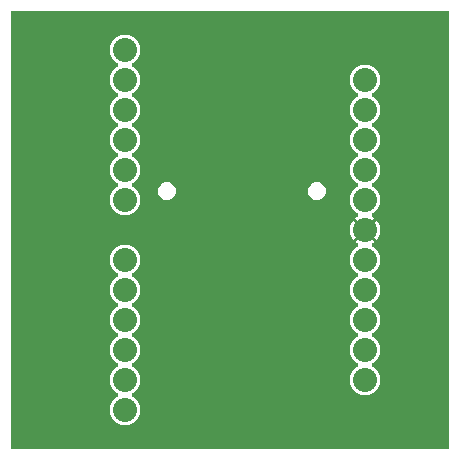
<source format=gbl>
G04*
G04 #@! TF.GenerationSoftware,Altium Limited,Altium Designer,24.4.1 (13)*
G04*
G04 Layer_Physical_Order=2*
G04 Layer_Color=16711680*
%FSLAX44Y44*%
%MOMM*%
G71*
G04*
G04 #@! TF.SameCoordinates,2922DF7C-8C4A-4011-8C8A-4044ECCBD14D*
G04*
G04*
G04 #@! TF.FilePolarity,Positive*
G04*
G01*
G75*
%ADD21C,2.0320*%
%ADD22C,0.6096*%
G36*
X370840D02*
X0D01*
Y370840D01*
X370840D01*
Y0D01*
D02*
G37*
%LPC*%
G36*
X259080Y226045D02*
X257112Y225786D01*
X255278Y225026D01*
X253702Y223818D01*
X252494Y222243D01*
X251734Y220408D01*
X251475Y218440D01*
X251734Y216472D01*
X252494Y214638D01*
X253702Y213062D01*
X255278Y211854D01*
X257112Y211094D01*
X259080Y210835D01*
X261048Y211094D01*
X262882Y211854D01*
X264458Y213062D01*
X265666Y214638D01*
X266426Y216472D01*
X266685Y218440D01*
X266426Y220408D01*
X265666Y222243D01*
X264458Y223818D01*
X262882Y225026D01*
X261048Y225786D01*
X259080Y226045D01*
D02*
G37*
G36*
X132080D02*
X130112Y225786D01*
X128278Y225026D01*
X126702Y223818D01*
X125494Y222243D01*
X124734Y220408D01*
X124475Y218440D01*
X124734Y216472D01*
X125494Y214638D01*
X126702Y213062D01*
X128278Y211854D01*
X130112Y211094D01*
X132080Y210835D01*
X134048Y211094D01*
X135883Y211854D01*
X137458Y213062D01*
X138666Y214638D01*
X139426Y216472D01*
X139685Y218440D01*
X139426Y220408D01*
X138666Y222243D01*
X137458Y223818D01*
X135883Y225026D01*
X134048Y225786D01*
X132080Y226045D01*
D02*
G37*
G36*
X96520Y350630D02*
X93205Y350193D01*
X90115Y348913D01*
X87462Y346878D01*
X85427Y344225D01*
X84147Y341135D01*
X83710Y337820D01*
X84147Y334505D01*
X85427Y331415D01*
X87462Y328762D01*
X90115Y326727D01*
X90675Y326495D01*
Y323745D01*
X90115Y323513D01*
X87462Y321478D01*
X85427Y318825D01*
X84147Y315735D01*
X83710Y312420D01*
X84147Y309105D01*
X85427Y306015D01*
X87462Y303362D01*
X90115Y301327D01*
X90675Y301095D01*
Y298345D01*
X90115Y298113D01*
X87462Y296078D01*
X85427Y293425D01*
X84147Y290335D01*
X83710Y287020D01*
X84147Y283705D01*
X85427Y280615D01*
X87462Y277962D01*
X90115Y275927D01*
X90675Y275695D01*
Y272945D01*
X90115Y272713D01*
X87462Y270678D01*
X85427Y268025D01*
X84147Y264935D01*
X83710Y261620D01*
X84147Y258305D01*
X85427Y255215D01*
X87462Y252562D01*
X90115Y250527D01*
X90675Y250295D01*
Y247545D01*
X90115Y247313D01*
X87462Y245278D01*
X85427Y242625D01*
X84147Y239535D01*
X83710Y236220D01*
X84147Y232905D01*
X85427Y229815D01*
X87462Y227162D01*
X90115Y225127D01*
X90675Y224895D01*
Y222145D01*
X90115Y221913D01*
X87462Y219878D01*
X85427Y217225D01*
X84147Y214135D01*
X83710Y210820D01*
X84147Y207505D01*
X85427Y204415D01*
X87462Y201762D01*
X90115Y199727D01*
X93205Y198447D01*
X96520Y198010D01*
X99835Y198447D01*
X102925Y199727D01*
X105578Y201762D01*
X107613Y204415D01*
X108893Y207505D01*
X109330Y210820D01*
X108893Y214135D01*
X107613Y217225D01*
X105578Y219878D01*
X102925Y221913D01*
X102365Y222145D01*
Y224895D01*
X102925Y225127D01*
X105578Y227162D01*
X107613Y229815D01*
X108893Y232905D01*
X109330Y236220D01*
X108893Y239535D01*
X107613Y242625D01*
X105578Y245278D01*
X102925Y247313D01*
X102365Y247545D01*
Y250295D01*
X102925Y250527D01*
X105578Y252562D01*
X107613Y255215D01*
X108893Y258305D01*
X109330Y261620D01*
X108893Y264935D01*
X107613Y268025D01*
X105578Y270678D01*
X102925Y272713D01*
X102365Y272945D01*
Y275695D01*
X102925Y275927D01*
X105578Y277962D01*
X107613Y280615D01*
X108893Y283705D01*
X109330Y287020D01*
X108893Y290335D01*
X107613Y293425D01*
X105578Y296078D01*
X102925Y298113D01*
X102365Y298345D01*
Y301095D01*
X102925Y301327D01*
X105578Y303362D01*
X107613Y306015D01*
X108893Y309105D01*
X109330Y312420D01*
X108893Y315735D01*
X107613Y318825D01*
X105578Y321478D01*
X102925Y323513D01*
X102365Y323745D01*
Y326495D01*
X102925Y326727D01*
X105578Y328762D01*
X107613Y331415D01*
X108893Y334505D01*
X109330Y337820D01*
X108893Y341135D01*
X107613Y344225D01*
X105578Y346878D01*
X102925Y348913D01*
X99835Y350193D01*
X96520Y350630D01*
D02*
G37*
G36*
X299720Y325230D02*
X296405Y324793D01*
X293315Y323513D01*
X290662Y321478D01*
X288627Y318825D01*
X287347Y315735D01*
X286910Y312420D01*
X287347Y309105D01*
X288627Y306015D01*
X290662Y303362D01*
X293315Y301327D01*
X293875Y301095D01*
Y298345D01*
X293315Y298113D01*
X290662Y296078D01*
X288627Y293425D01*
X287347Y290335D01*
X286910Y287020D01*
X287347Y283705D01*
X288627Y280615D01*
X290662Y277962D01*
X293315Y275927D01*
X293875Y275695D01*
Y272945D01*
X293315Y272713D01*
X290662Y270678D01*
X288627Y268025D01*
X287347Y264935D01*
X286910Y261620D01*
X287347Y258305D01*
X288627Y255215D01*
X290662Y252562D01*
X293315Y250527D01*
X293875Y250295D01*
Y247545D01*
X293315Y247313D01*
X290662Y245278D01*
X288627Y242625D01*
X287347Y239535D01*
X286910Y236220D01*
X287347Y232905D01*
X288627Y229815D01*
X290662Y227162D01*
X293315Y225127D01*
X293875Y224895D01*
Y222145D01*
X293315Y221913D01*
X290662Y219878D01*
X288627Y217225D01*
X287347Y214135D01*
X286910Y210820D01*
X287347Y207505D01*
X288627Y204415D01*
X290662Y201762D01*
X293315Y199727D01*
X293875Y199495D01*
Y196745D01*
X293315Y196513D01*
X291679Y195257D01*
X299720Y187216D01*
X307761Y195257D01*
X306125Y196513D01*
X305565Y196745D01*
Y199495D01*
X306125Y199727D01*
X308778Y201762D01*
X310813Y204415D01*
X312093Y207505D01*
X312530Y210820D01*
X312093Y214135D01*
X310813Y217225D01*
X308778Y219878D01*
X306125Y221913D01*
X305565Y222145D01*
Y224895D01*
X306125Y225127D01*
X308778Y227162D01*
X310813Y229815D01*
X312093Y232905D01*
X312530Y236220D01*
X312093Y239535D01*
X310813Y242625D01*
X308778Y245278D01*
X306125Y247313D01*
X305565Y247545D01*
Y250295D01*
X306125Y250527D01*
X308778Y252562D01*
X310813Y255215D01*
X312093Y258305D01*
X312530Y261620D01*
X312093Y264935D01*
X310813Y268025D01*
X308778Y270678D01*
X306125Y272713D01*
X305565Y272945D01*
Y275695D01*
X306125Y275927D01*
X308778Y277962D01*
X310813Y280615D01*
X312093Y283705D01*
X312530Y287020D01*
X312093Y290335D01*
X310813Y293425D01*
X308778Y296078D01*
X306125Y298113D01*
X305565Y298345D01*
Y301095D01*
X306125Y301327D01*
X308778Y303362D01*
X310813Y306015D01*
X312093Y309105D01*
X312530Y312420D01*
X312093Y315735D01*
X310813Y318825D01*
X308778Y321478D01*
X306125Y323513D01*
X303035Y324793D01*
X299720Y325230D01*
D02*
G37*
G36*
X309557Y193461D02*
X301516Y185420D01*
X309557Y177379D01*
X310813Y179015D01*
X312093Y182105D01*
X312530Y185420D01*
X312093Y188735D01*
X310813Y191825D01*
X309557Y193461D01*
D02*
G37*
G36*
X289883Y193461D02*
X288627Y191825D01*
X287347Y188735D01*
X286910Y185420D01*
X287347Y182105D01*
X288627Y179015D01*
X289883Y177379D01*
X297924Y185420D01*
X289883Y193461D01*
D02*
G37*
G36*
X299720Y183624D02*
X291679Y175583D01*
X293315Y174327D01*
X293875Y174095D01*
Y171345D01*
X293315Y171113D01*
X290662Y169078D01*
X288627Y166425D01*
X287347Y163335D01*
X286910Y160020D01*
X287347Y156705D01*
X288627Y153615D01*
X290662Y150962D01*
X293315Y148927D01*
X293875Y148695D01*
Y145945D01*
X293315Y145713D01*
X290662Y143678D01*
X288627Y141025D01*
X287347Y137935D01*
X286910Y134620D01*
X287347Y131305D01*
X288627Y128215D01*
X290662Y125562D01*
X293315Y123527D01*
X293875Y123295D01*
Y120545D01*
X293315Y120313D01*
X290662Y118278D01*
X288627Y115625D01*
X287347Y112535D01*
X286910Y109220D01*
X287347Y105905D01*
X288627Y102815D01*
X290662Y100162D01*
X293315Y98127D01*
X293875Y97895D01*
Y95145D01*
X293315Y94913D01*
X290662Y92878D01*
X288627Y90225D01*
X287347Y87135D01*
X286910Y83820D01*
X287347Y80505D01*
X288627Y77415D01*
X290662Y74762D01*
X293315Y72727D01*
X293875Y72495D01*
Y69745D01*
X293315Y69513D01*
X290662Y67478D01*
X288627Y64825D01*
X287347Y61735D01*
X286910Y58420D01*
X287347Y55105D01*
X288627Y52015D01*
X290662Y49362D01*
X293315Y47327D01*
X296405Y46047D01*
X299720Y45610D01*
X303035Y46047D01*
X306125Y47327D01*
X308778Y49362D01*
X310813Y52015D01*
X312093Y55105D01*
X312530Y58420D01*
X312093Y61735D01*
X310813Y64825D01*
X308778Y67478D01*
X306125Y69513D01*
X305565Y69745D01*
Y72495D01*
X306125Y72727D01*
X308778Y74762D01*
X310813Y77415D01*
X312093Y80505D01*
X312530Y83820D01*
X312093Y87135D01*
X310813Y90225D01*
X308778Y92878D01*
X306125Y94913D01*
X305565Y95145D01*
Y97895D01*
X306125Y98127D01*
X308778Y100162D01*
X310813Y102815D01*
X312093Y105905D01*
X312530Y109220D01*
X312093Y112535D01*
X310813Y115625D01*
X308778Y118278D01*
X306125Y120313D01*
X305565Y120545D01*
Y123295D01*
X306125Y123527D01*
X308778Y125562D01*
X310813Y128215D01*
X312093Y131305D01*
X312530Y134620D01*
X312093Y137935D01*
X310813Y141025D01*
X308778Y143678D01*
X306125Y145713D01*
X305565Y145945D01*
Y148695D01*
X306125Y148927D01*
X308778Y150962D01*
X310813Y153615D01*
X312093Y156705D01*
X312530Y160020D01*
X312093Y163335D01*
X310813Y166425D01*
X308778Y169078D01*
X306125Y171113D01*
X305565Y171345D01*
Y174095D01*
X306125Y174327D01*
X307761Y175583D01*
X299720Y183624D01*
D02*
G37*
G36*
X96520Y172830D02*
X93205Y172393D01*
X90115Y171113D01*
X87462Y169078D01*
X85427Y166425D01*
X84147Y163335D01*
X83710Y160020D01*
X84147Y156705D01*
X85427Y153615D01*
X87462Y150962D01*
X90115Y148927D01*
X90675Y148695D01*
Y145945D01*
X90115Y145713D01*
X87462Y143678D01*
X85427Y141025D01*
X84147Y137935D01*
X83710Y134620D01*
X84147Y131305D01*
X85427Y128215D01*
X87462Y125562D01*
X90115Y123527D01*
X90675Y123295D01*
Y120545D01*
X90115Y120313D01*
X87462Y118278D01*
X85427Y115625D01*
X84147Y112535D01*
X83710Y109220D01*
X84147Y105905D01*
X85427Y102815D01*
X87462Y100162D01*
X90115Y98127D01*
X90675Y97895D01*
Y95145D01*
X90115Y94913D01*
X87462Y92878D01*
X85427Y90225D01*
X84147Y87135D01*
X83710Y83820D01*
X84147Y80505D01*
X85427Y77415D01*
X87462Y74762D01*
X90115Y72727D01*
X90675Y72495D01*
Y69745D01*
X90115Y69513D01*
X87462Y67478D01*
X85427Y64825D01*
X84147Y61735D01*
X83710Y58420D01*
X84147Y55105D01*
X85427Y52015D01*
X87462Y49362D01*
X90115Y47327D01*
X90675Y47095D01*
Y44345D01*
X90115Y44113D01*
X87462Y42078D01*
X85427Y39425D01*
X84147Y36335D01*
X83710Y33020D01*
X84147Y29705D01*
X85427Y26615D01*
X87462Y23962D01*
X90115Y21927D01*
X93205Y20647D01*
X96520Y20210D01*
X99835Y20647D01*
X102925Y21927D01*
X105578Y23962D01*
X107613Y26615D01*
X108893Y29705D01*
X109330Y33020D01*
X108893Y36335D01*
X107613Y39425D01*
X105578Y42078D01*
X102925Y44113D01*
X102365Y44345D01*
Y47095D01*
X102925Y47327D01*
X105578Y49362D01*
X107613Y52015D01*
X108893Y55105D01*
X109330Y58420D01*
X108893Y61735D01*
X107613Y64825D01*
X105578Y67478D01*
X102925Y69513D01*
X102365Y69745D01*
Y72495D01*
X102925Y72727D01*
X105578Y74762D01*
X107613Y77415D01*
X108893Y80505D01*
X109330Y83820D01*
X108893Y87135D01*
X107613Y90225D01*
X105578Y92878D01*
X102925Y94913D01*
X102365Y95145D01*
Y97895D01*
X102925Y98127D01*
X105578Y100162D01*
X107613Y102815D01*
X108893Y105905D01*
X109330Y109220D01*
X108893Y112535D01*
X107613Y115625D01*
X105578Y118278D01*
X102925Y120313D01*
X102365Y120545D01*
Y123295D01*
X102925Y123527D01*
X105578Y125562D01*
X107613Y128215D01*
X108893Y131305D01*
X109330Y134620D01*
X108893Y137935D01*
X107613Y141025D01*
X105578Y143678D01*
X102925Y145713D01*
X102365Y145945D01*
Y148695D01*
X102925Y148927D01*
X105578Y150962D01*
X107613Y153615D01*
X108893Y156705D01*
X109330Y160020D01*
X108893Y163335D01*
X107613Y166425D01*
X105578Y169078D01*
X102925Y171113D01*
X99835Y172393D01*
X96520Y172830D01*
D02*
G37*
%LPD*%
D21*
Y33020D02*
D03*
X299720Y58420D02*
D03*
X96520D02*
D03*
X299720Y83820D02*
D03*
X96520D02*
D03*
X299720Y109220D02*
D03*
X96520D02*
D03*
X299720Y134620D02*
D03*
X96520D02*
D03*
X299720Y160020D02*
D03*
X96520D02*
D03*
X299720Y185420D02*
D03*
X96520Y210820D02*
D03*
X299720D02*
D03*
X96520Y236220D02*
D03*
X299720D02*
D03*
X96520Y261620D02*
D03*
X299720D02*
D03*
X96520Y287020D02*
D03*
X299720D02*
D03*
X96520Y312420D02*
D03*
X299720D02*
D03*
X96520Y337820D02*
D03*
D22*
X182880Y147320D02*
D03*
Y236220D02*
D03*
X208280Y198120D02*
D03*
Y182880D02*
D03*
M02*

</source>
